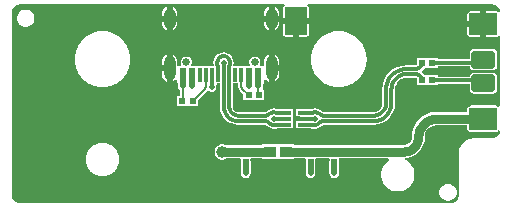
<source format=gbl>
G04*
G04 #@! TF.GenerationSoftware,Altium Limited,Altium Designer,23.11.1 (41)*
G04*
G04 Layer_Physical_Order=2*
G04 Layer_Color=16711680*
%FSLAX25Y25*%
%MOIN*%
G70*
G04*
G04 #@! TF.SameCoordinates,84374296-2AA4-43A0-BDA8-580E4E68A88C*
G04*
G04*
G04 #@! TF.FilePolarity,Positive*
G04*
G01*
G75*
%ADD18C,0.01968*%
%ADD20C,0.01181*%
G04:AMPARAMS|DCode=21|XSize=76.13mil|YSize=95.81mil|CornerRadius=9.52mil|HoleSize=0mil|Usage=FLASHONLY|Rotation=270.000|XOffset=0mil|YOffset=0mil|HoleType=Round|Shape=RoundedRectangle|*
%AMROUNDEDRECTD21*
21,1,0.07613,0.07678,0,0,270.0*
21,1,0.05709,0.09581,0,0,270.0*
1,1,0.01903,-0.03839,-0.02855*
1,1,0.01903,-0.03839,0.02855*
1,1,0.01903,0.03839,0.02855*
1,1,0.01903,0.03839,-0.02855*
%
%ADD21ROUNDEDRECTD21*%
G04:AMPARAMS|DCode=22|XSize=76.13mil|YSize=95.81mil|CornerRadius=9.52mil|HoleSize=0mil|Usage=FLASHONLY|Rotation=180.000|XOffset=0mil|YOffset=0mil|HoleType=Round|Shape=RoundedRectangle|*
%AMROUNDEDRECTD22*
21,1,0.07613,0.07678,0,0,180.0*
21,1,0.05709,0.09581,0,0,180.0*
1,1,0.01903,-0.02855,0.03839*
1,1,0.01903,0.02855,0.03839*
1,1,0.01903,0.02855,-0.03839*
1,1,0.01903,-0.02855,-0.03839*
%
%ADD22ROUNDEDRECTD22*%
G04:AMPARAMS|DCode=23|XSize=57.7mil|YSize=77.39mil|CornerRadius=7.21mil|HoleSize=0mil|Usage=FLASHONLY|Rotation=270.000|XOffset=0mil|YOffset=0mil|HoleType=Round|Shape=RoundedRectangle|*
%AMROUNDEDRECTD23*
21,1,0.05770,0.06296,0,0,270.0*
21,1,0.04328,0.07739,0,0,270.0*
1,1,0.01443,-0.03148,-0.02164*
1,1,0.01443,-0.03148,0.02164*
1,1,0.01443,0.03148,0.02164*
1,1,0.01443,0.03148,-0.02164*
%
%ADD23ROUNDEDRECTD23*%
G04:AMPARAMS|DCode=24|XSize=39.37mil|YSize=70.87mil|CornerRadius=19.68mil|HoleSize=0mil|Usage=FLASHONLY|Rotation=0.000|XOffset=0mil|YOffset=0mil|HoleType=Round|Shape=RoundedRectangle|*
%AMROUNDEDRECTD24*
21,1,0.03937,0.03150,0,0,0.0*
21,1,0.00000,0.07087,0,0,0.0*
1,1,0.03937,0.00000,-0.01575*
1,1,0.03937,0.00000,-0.01575*
1,1,0.03937,0.00000,0.01575*
1,1,0.03937,0.00000,0.01575*
%
%ADD24ROUNDEDRECTD24*%
G04:AMPARAMS|DCode=25|XSize=39.37mil|YSize=82.68mil|CornerRadius=19.68mil|HoleSize=0mil|Usage=FLASHONLY|Rotation=0.000|XOffset=0mil|YOffset=0mil|HoleType=Round|Shape=RoundedRectangle|*
%AMROUNDEDRECTD25*
21,1,0.03937,0.04331,0,0,0.0*
21,1,0.00000,0.08268,0,0,0.0*
1,1,0.03937,0.00000,-0.02165*
1,1,0.03937,0.00000,-0.02165*
1,1,0.03937,0.00000,0.02165*
1,1,0.03937,0.00000,0.02165*
%
%ADD25ROUNDEDRECTD25*%
%ADD26C,0.02559*%
%ADD27C,0.01968*%
%ADD28C,0.03937*%
%ADD29C,0.03150*%
%ADD30C,0.00799*%
%ADD31R,0.02362X0.02165*%
%ADD32R,0.03898X0.01181*%
%ADD33R,0.02254X0.02423*%
%ADD34R,0.04355X0.03773*%
%ADD35R,0.01181X0.04528*%
%ADD36R,0.02362X0.04528*%
G36*
X92138Y67632D02*
X92290Y67132D01*
X92041Y66965D01*
X91698Y66452D01*
X91578Y65847D01*
Y63008D01*
X96014D01*
X100451D01*
Y65847D01*
X100330Y66452D01*
X99988Y66965D01*
X99739Y67132D01*
X99891Y67632D01*
X161417D01*
X161667D01*
X162156Y67534D01*
X162617Y67343D01*
X163031Y67066D01*
X163384Y66714D01*
X163661Y66299D01*
X163852Y65838D01*
X163949Y65349D01*
X163949Y65100D01*
X163449Y64956D01*
X163422Y64997D01*
X162909Y65340D01*
X162303Y65460D01*
X159465D01*
Y61024D01*
Y56587D01*
X162303D01*
X162909Y56707D01*
X163422Y57050D01*
X163449Y57091D01*
X163949Y56940D01*
X163949Y33612D01*
X163449Y33460D01*
X163422Y33501D01*
X162909Y33844D01*
X162303Y33964D01*
X154626D01*
X154020Y33844D01*
X153507Y33501D01*
X153164Y32988D01*
X153044Y32382D01*
Y31745D01*
X142717D01*
X142682Y31738D01*
X141132Y31585D01*
X139609Y31123D01*
X138206Y30373D01*
X136975Y29363D01*
X135966Y28133D01*
X135215Y26729D01*
X134753Y25206D01*
X134601Y23657D01*
X134594Y23622D01*
X134604Y23568D01*
X134511Y22862D01*
X134218Y22154D01*
X133751Y21546D01*
X133143Y21079D01*
X132435Y20786D01*
X131729Y20693D01*
X131675Y20704D01*
X99951D01*
X99751Y20704D01*
X99603Y20698D01*
X99603Y20698D01*
X99460Y20693D01*
X98971Y20692D01*
X95490D01*
Y20961D01*
X84612D01*
Y20692D01*
X80576D01*
X80506Y20678D01*
X80427Y20689D01*
X80352Y20704D01*
X78098D01*
X78022Y20689D01*
X77943Y20678D01*
X77873Y20692D01*
X72714D01*
X72409Y20868D01*
X71755Y21043D01*
X71079D01*
X70426Y20868D01*
X69840Y20530D01*
X69362Y20052D01*
X69024Y19466D01*
X68849Y18813D01*
Y18136D01*
X69024Y17483D01*
X69362Y16897D01*
X69840Y16419D01*
X70426Y16081D01*
X71079Y15906D01*
X71755D01*
X72409Y16081D01*
X72714Y16257D01*
X77491D01*
X77758Y15757D01*
X77732Y15718D01*
X77609Y15100D01*
Y11380D01*
X77732Y10761D01*
X78082Y10237D01*
X78606Y9887D01*
X79225Y9764D01*
X79843Y9887D01*
X80367Y10237D01*
X80717Y10761D01*
X80840Y11380D01*
Y15100D01*
X80717Y15718D01*
X80691Y15757D01*
X80958Y16257D01*
X84612D01*
Y15988D01*
X95490D01*
Y16257D01*
X99145D01*
X99414Y15760D01*
X99386Y15718D01*
X99263Y15100D01*
Y11380D01*
X99386Y10761D01*
X99736Y10237D01*
X100260Y9887D01*
X100878Y9764D01*
X101496Y9887D01*
X102020Y10237D01*
X102371Y10761D01*
X102494Y11380D01*
Y15100D01*
X102371Y15718D01*
X102337Y15769D01*
X102604Y16269D01*
X107026D01*
X107294Y15769D01*
X107260Y15718D01*
X107137Y15100D01*
Y11380D01*
X107260Y10761D01*
X107610Y10237D01*
X108134Y9887D01*
X108752Y9764D01*
X109370Y9887D01*
X109894Y10237D01*
X110245Y10761D01*
X110368Y11380D01*
Y15100D01*
X110245Y15718D01*
X110211Y15769D01*
X110478Y16269D01*
X126817D01*
X127174Y15769D01*
X127129Y15636D01*
X127128Y15636D01*
X126547Y15248D01*
X126408Y15108D01*
X126243Y14998D01*
X125750Y14505D01*
X125640Y14340D01*
X125500Y14201D01*
X125112Y13620D01*
X125037Y13438D01*
X124927Y13273D01*
X124660Y12628D01*
X124621Y12434D01*
X124546Y12252D01*
X124409Y11567D01*
Y11370D01*
X124371Y11176D01*
Y10478D01*
X124409Y10284D01*
Y10086D01*
X124546Y9402D01*
X124621Y9219D01*
X124660Y9025D01*
X124927Y8380D01*
X125037Y8216D01*
X125112Y8033D01*
X125500Y7453D01*
X125640Y7313D01*
X125750Y7149D01*
X126243Y6655D01*
X126408Y6545D01*
X126548Y6406D01*
X127128Y6018D01*
X127310Y5942D01*
X127475Y5832D01*
X128120Y5565D01*
X128314Y5527D01*
X128496Y5451D01*
X129181Y5315D01*
X129378D01*
X129572Y5276D01*
X130270D01*
X130464Y5315D01*
X130662D01*
X131346Y5451D01*
X131529Y5527D01*
X131723Y5565D01*
X132368Y5832D01*
X132532Y5942D01*
X132715Y6018D01*
X133295Y6406D01*
X133435Y6545D01*
X133599Y6655D01*
X134093Y7149D01*
X134203Y7313D01*
X134342Y7453D01*
X134730Y8033D01*
X134806Y8216D01*
X134916Y8380D01*
X135183Y9025D01*
X135221Y9219D01*
X135297Y9402D01*
X135433Y10086D01*
Y10284D01*
X135472Y10478D01*
Y11176D01*
X135433Y11370D01*
Y11567D01*
X135297Y12252D01*
X135221Y12434D01*
X135183Y12628D01*
X134916Y13273D01*
X134806Y13438D01*
X134730Y13620D01*
X134342Y14201D01*
X134203Y14340D01*
X134093Y14505D01*
X133599Y14998D01*
X133435Y15108D01*
X133295Y15248D01*
X132715Y15636D01*
X132532Y15711D01*
X132368Y15821D01*
X132327Y15838D01*
X132403Y16348D01*
X133108Y16417D01*
X134486Y16835D01*
X135756Y17514D01*
X136870Y18428D01*
X137783Y19541D01*
X138462Y20811D01*
X138880Y22189D01*
X139014Y23550D01*
X139028Y23622D01*
X139014Y23696D01*
X139131Y24583D01*
X139501Y25478D01*
X140091Y26247D01*
X140860Y26837D01*
X141756Y27208D01*
X142643Y27325D01*
X142717Y27310D01*
X153044D01*
Y26673D01*
X153164Y26068D01*
X153507Y25554D01*
X154020Y25211D01*
X154626Y25091D01*
X162303D01*
X162909Y25211D01*
X163422Y25554D01*
X163449Y25595D01*
X163479Y25595D01*
X163949Y25444D01*
Y25341D01*
X163852Y24852D01*
X163661Y24391D01*
X163384Y23976D01*
X163031Y23624D01*
X162617Y23347D01*
X162156Y23156D01*
X161667Y23058D01*
X161417Y23058D01*
X155512D01*
X155477Y23052D01*
X155443Y23057D01*
X155057Y23038D01*
X154956Y23012D01*
X154852D01*
X154095Y22862D01*
X153967Y22809D01*
X153831Y22782D01*
X153118Y22487D01*
X153003Y22410D01*
X152875Y22357D01*
X152234Y21928D01*
X152136Y21830D01*
X152021Y21753D01*
X151475Y21208D01*
X151398Y21092D01*
X151300Y20995D01*
X150872Y20353D01*
X150819Y20225D01*
X150742Y20110D01*
X150446Y19397D01*
X150419Y19261D01*
X150366Y19133D01*
X150216Y18376D01*
Y18272D01*
X150190Y18171D01*
X150172Y17785D01*
X150177Y17751D01*
X150170Y17717D01*
X150170Y3688D01*
X150073Y3198D01*
X149882Y2738D01*
X149605Y2323D01*
X149252Y1970D01*
X148837Y1693D01*
X148376Y1502D01*
X147887Y1405D01*
X147638Y1405D01*
X3937Y1405D01*
X3688D01*
X3198Y1502D01*
X2738Y1693D01*
X2323Y1970D01*
X1970Y2323D01*
X1693Y2738D01*
X1502Y3198D01*
X1405Y3688D01*
X1405Y3937D01*
X1405Y65100D01*
Y65349D01*
X1502Y65838D01*
X1693Y66299D01*
X1970Y66714D01*
X2323Y67066D01*
X2738Y67343D01*
X3198Y67534D01*
X3688Y67632D01*
X3937Y67632D01*
X92138Y67632D01*
D02*
G37*
%LPC*%
G36*
X88874Y66795D02*
Y63854D01*
X90465D01*
Y64429D01*
X90376Y65100D01*
X90118Y65724D01*
X89706Y66261D01*
X89169Y66673D01*
X88874Y66795D01*
D02*
G37*
G36*
X86874D02*
X86579Y66673D01*
X86042Y66261D01*
X85630Y65724D01*
X85372Y65100D01*
X85283Y64429D01*
Y63854D01*
X86874D01*
Y66795D01*
D02*
G37*
G36*
X54858D02*
Y63854D01*
X56449D01*
Y64429D01*
X56361Y65100D01*
X56102Y65724D01*
X55690Y66261D01*
X55154Y66673D01*
X54858Y66795D01*
D02*
G37*
G36*
X52858D02*
X52563Y66673D01*
X52026Y66261D01*
X51615Y65724D01*
X51356Y65100D01*
X51268Y64429D01*
Y63854D01*
X52858D01*
Y66795D01*
D02*
G37*
G36*
X157465Y65460D02*
X154626D01*
X154020Y65340D01*
X153507Y64997D01*
X153164Y64484D01*
X153044Y63878D01*
Y62024D01*
X157465D01*
Y65460D01*
D02*
G37*
G36*
X6283Y65860D02*
X5528D01*
X4799Y65664D01*
X4145Y65287D01*
X3611Y64753D01*
X3233Y64099D01*
X3038Y63370D01*
Y62615D01*
X3233Y61885D01*
X3611Y61231D01*
X4145Y60697D01*
X4799Y60320D01*
X5528Y60124D01*
X6283D01*
X7012Y60320D01*
X7666Y60697D01*
X8200Y61231D01*
X8578Y61885D01*
X8773Y62615D01*
Y63370D01*
X8578Y64099D01*
X8200Y64753D01*
X7666Y65287D01*
X7012Y65664D01*
X6283Y65860D01*
D02*
G37*
G36*
X90465Y61854D02*
X88874D01*
Y58914D01*
X89169Y59036D01*
X89706Y59448D01*
X90118Y59984D01*
X90376Y60609D01*
X90465Y61279D01*
Y61854D01*
D02*
G37*
G36*
X86874D02*
X85283D01*
Y61279D01*
X85372Y60609D01*
X85630Y59984D01*
X86042Y59448D01*
X86579Y59036D01*
X86874Y58914D01*
Y61854D01*
D02*
G37*
G36*
X56449D02*
X54858D01*
Y58914D01*
X55154Y59036D01*
X55690Y59448D01*
X56102Y59984D01*
X56361Y60609D01*
X56449Y61279D01*
Y61854D01*
D02*
G37*
G36*
X52858D02*
X51268D01*
Y61279D01*
X51356Y60609D01*
X51615Y59984D01*
X52026Y59448D01*
X52563Y59036D01*
X52858Y58914D01*
Y61854D01*
D02*
G37*
G36*
X110954Y58642D02*
X109519D01*
X109325Y58603D01*
X109127D01*
X107720Y58324D01*
X107537Y58248D01*
X107344Y58209D01*
X106018Y57660D01*
X105854Y57551D01*
X105671Y57475D01*
X104478Y56678D01*
X104338Y56538D01*
X104174Y56428D01*
X103160Y55414D01*
X103050Y55249D01*
X102910Y55110D01*
X102113Y53917D01*
X102037Y53734D01*
X101927Y53570D01*
X101378Y52244D01*
X101340Y52050D01*
X101264Y51868D01*
X100984Y50460D01*
Y50263D01*
X100946Y50069D01*
Y48634D01*
X100984Y48440D01*
Y48243D01*
X101264Y46835D01*
X101340Y46653D01*
X101378Y46459D01*
X101927Y45133D01*
X102037Y44969D01*
X102113Y44786D01*
X102910Y43593D01*
X103050Y43454D01*
X103160Y43289D01*
X104174Y42275D01*
X104338Y42165D01*
X104478Y42025D01*
X105671Y41228D01*
X105854Y41153D01*
X106018Y41043D01*
X107344Y40494D01*
X107537Y40455D01*
X107720Y40379D01*
X109127Y40099D01*
X109325D01*
X109519Y40061D01*
X110954D01*
X111147Y40099D01*
X111345D01*
X112752Y40379D01*
X112935Y40455D01*
X113129Y40494D01*
X114454Y41043D01*
X114619Y41153D01*
X114801Y41228D01*
X115994Y42025D01*
X116134Y42165D01*
X116298Y42275D01*
X117313Y43289D01*
X117423Y43454D01*
X117562Y43593D01*
X118359Y44786D01*
X118435Y44969D01*
X118545Y45133D01*
X119094Y46459D01*
X119133Y46653D01*
X119208Y46835D01*
X119488Y48243D01*
Y48440D01*
X119527Y48634D01*
Y50069D01*
X119488Y50263D01*
Y50460D01*
X119208Y51868D01*
X119133Y52050D01*
X119094Y52244D01*
X118545Y53570D01*
X118435Y53734D01*
X118359Y53917D01*
X117562Y55110D01*
X117423Y55249D01*
X117313Y55414D01*
X116298Y56428D01*
X116134Y56538D01*
X115994Y56678D01*
X114801Y57475D01*
X114619Y57551D01*
X114454Y57660D01*
X113129Y58209D01*
X112935Y58248D01*
X112752Y58324D01*
X111345Y58603D01*
X111147D01*
X110954Y58642D01*
D02*
G37*
G36*
X32213D02*
X30779D01*
X30585Y58603D01*
X30387D01*
X28980Y58324D01*
X28797Y58248D01*
X28604Y58209D01*
X27278Y57660D01*
X27114Y57551D01*
X26931Y57475D01*
X25738Y56678D01*
X25598Y56538D01*
X25434Y56428D01*
X24419Y55414D01*
X24310Y55249D01*
X24170Y55110D01*
X23373Y53917D01*
X23297Y53734D01*
X23187Y53570D01*
X22638Y52244D01*
X22600Y52050D01*
X22524Y51868D01*
X22244Y50460D01*
Y50263D01*
X22206Y50069D01*
Y48634D01*
X22244Y48440D01*
Y48243D01*
X22524Y46835D01*
X22600Y46653D01*
X22638Y46459D01*
X23187Y45133D01*
X23297Y44969D01*
X23373Y44786D01*
X24170Y43593D01*
X24310Y43454D01*
X24419Y43289D01*
X25434Y42275D01*
X25598Y42165D01*
X25738Y42025D01*
X26931Y41228D01*
X27114Y41153D01*
X27278Y41043D01*
X28604Y40494D01*
X28797Y40455D01*
X28980Y40379D01*
X30387Y40099D01*
X30585D01*
X30779Y40061D01*
X32213D01*
X32407Y40099D01*
X32605D01*
X34012Y40379D01*
X34195Y40455D01*
X34389Y40494D01*
X35714Y41043D01*
X35879Y41153D01*
X36061Y41228D01*
X37254Y42025D01*
X37394Y42165D01*
X37558Y42275D01*
X38573Y43289D01*
X38682Y43454D01*
X38822Y43593D01*
X39619Y44786D01*
X39695Y44969D01*
X39805Y45133D01*
X40354Y46459D01*
X40393Y46653D01*
X40468Y46835D01*
X40748Y48243D01*
Y48440D01*
X40787Y48634D01*
Y50069D01*
X40748Y50263D01*
Y50460D01*
X40468Y51868D01*
X40393Y52050D01*
X40354Y52244D01*
X39805Y53570D01*
X39695Y53734D01*
X39619Y53917D01*
X38822Y55110D01*
X38682Y55249D01*
X38573Y55414D01*
X37558Y56428D01*
X37394Y56538D01*
X37254Y56678D01*
X36061Y57475D01*
X35879Y57551D01*
X35714Y57660D01*
X34389Y58209D01*
X34195Y58248D01*
X34012Y58324D01*
X32605Y58603D01*
X32407D01*
X32213Y58642D01*
D02*
G37*
G36*
X157465Y60024D02*
X153044D01*
Y58169D01*
X153164Y57564D01*
X153507Y57050D01*
X154020Y56707D01*
X154626Y56587D01*
X157465D01*
Y60024D01*
D02*
G37*
G36*
X100451Y61008D02*
X97014D01*
Y56587D01*
X98869D01*
X99474Y56707D01*
X99988Y57050D01*
X100330Y57564D01*
X100451Y58169D01*
Y61008D01*
D02*
G37*
G36*
X95014D02*
X91578D01*
Y58169D01*
X91698Y57564D01*
X92041Y57050D01*
X92554Y56707D01*
X93160Y56587D01*
X95014D01*
Y61008D01*
D02*
G37*
G36*
X161613Y52724D02*
X155316D01*
X154801Y52621D01*
X154364Y52329D01*
X154072Y51892D01*
X153969Y51376D01*
Y49442D01*
X143218D01*
Y49911D01*
X136309D01*
Y47447D01*
X136028Y47391D01*
Y47380D01*
X132968D01*
Y47396D01*
X131365Y47238D01*
X129824Y46771D01*
X128404Y46012D01*
X127160Y44991D01*
X126138Y43746D01*
X125379Y42326D01*
X124912Y40785D01*
X124754Y39183D01*
X124770D01*
Y34449D01*
X124767D01*
X124674Y33745D01*
X124403Y33089D01*
X123970Y32526D01*
X123407Y32094D01*
X122751Y31822D01*
X122047Y31729D01*
Y31726D01*
X104976D01*
X104974Y31733D01*
X104972Y31738D01*
X104965Y31741D01*
X104762Y31928D01*
X104561Y32082D01*
X104059Y32467D01*
X103241Y32806D01*
X102362Y32922D01*
X101758Y32842D01*
X101484Y32806D01*
X101296Y32743D01*
X101290Y32741D01*
X101290Y32741D01*
X101281Y32738D01*
X100798Y32710D01*
X98642D01*
X98524Y32687D01*
X96093D01*
Y30305D01*
X97174D01*
X97483Y29805D01*
X97428Y29528D01*
X97483Y29250D01*
X97174Y28750D01*
X96093D01*
Y26368D01*
X98524D01*
X98642Y26345D01*
X101024D01*
X101503Y26246D01*
X101503Y26246D01*
X102362Y26133D01*
X103241Y26249D01*
X104059Y26588D01*
X104762Y27127D01*
X104851Y27229D01*
X105083Y27480D01*
X105105Y27499D01*
X105119Y27504D01*
X105123Y27514D01*
X105124Y27517D01*
X122047D01*
Y27507D01*
X123402Y27640D01*
X124704Y28035D01*
X125904Y28677D01*
X126956Y29540D01*
X127819Y30592D01*
X128461Y31792D01*
X128856Y33094D01*
X128989Y34449D01*
X128979D01*
Y39183D01*
X128975Y39205D01*
X129108Y40217D01*
X129507Y41181D01*
X130142Y42008D01*
X130970Y42643D01*
X131933Y43042D01*
X132945Y43176D01*
X132968Y43171D01*
X136028D01*
Y43161D01*
X136309Y43105D01*
Y40640D01*
X143218D01*
Y41109D01*
X153969D01*
Y39175D01*
X154072Y38659D01*
X154364Y38222D01*
X154801Y37930D01*
X155316Y37828D01*
X161613D01*
X162128Y37930D01*
X162565Y38222D01*
X162857Y38659D01*
X162960Y39175D01*
Y43502D01*
X162857Y44018D01*
X162565Y44455D01*
X162128Y44747D01*
X161613Y44850D01*
X155316D01*
X154801Y44747D01*
X154364Y44455D01*
X154072Y44018D01*
X153976Y43537D01*
X143218D01*
Y44006D01*
X138837D01*
X138348Y44643D01*
X137915Y44975D01*
Y45576D01*
X138348Y45908D01*
X138837Y46546D01*
X143218D01*
Y47014D01*
X153976D01*
X154072Y46533D01*
X154364Y46096D01*
X154801Y45804D01*
X155316Y45702D01*
X161613D01*
X162128Y45804D01*
X162565Y46096D01*
X162857Y46533D01*
X162960Y47049D01*
Y51376D01*
X162857Y51892D01*
X162565Y52329D01*
X162128Y52621D01*
X161613Y52724D01*
D02*
G37*
G36*
X88874Y50929D02*
Y47398D01*
X90465D01*
Y48563D01*
X90376Y49233D01*
X90118Y49858D01*
X89706Y50395D01*
X89169Y50807D01*
X88874Y50929D01*
D02*
G37*
G36*
X52858D02*
X52563Y50807D01*
X52026Y50395D01*
X51615Y49858D01*
X51356Y49233D01*
X51268Y48563D01*
Y47398D01*
X52858D01*
Y50929D01*
D02*
G37*
G36*
X71850Y51623D02*
X70972Y51507D01*
X70153Y51168D01*
X69450Y50629D01*
X68911Y49926D01*
X68572Y49107D01*
X68456Y48228D01*
X68552Y47498D01*
X68322Y47128D01*
X68177Y46998D01*
X68174Y46998D01*
X61431D01*
X61163Y47498D01*
X61368Y47992D01*
Y48740D01*
X61081Y49431D01*
X60553Y49959D01*
X59862Y50246D01*
X59114D01*
X58424Y49959D01*
X57895Y49431D01*
X57609Y48740D01*
Y47992D01*
X57814Y47498D01*
X57545Y46998D01*
X56487Y46998D01*
X56449Y47482D01*
Y48563D01*
X56361Y49233D01*
X56102Y49858D01*
X55690Y50395D01*
X55154Y50807D01*
X54858Y50929D01*
Y46398D01*
Y41866D01*
X55154Y41989D01*
X55690Y42400D01*
X55987Y42787D01*
X56487Y42617D01*
Y41270D01*
X56652D01*
X56652Y40354D01*
X56775Y39736D01*
X57126Y39212D01*
X57249Y39130D01*
Y37116D01*
X56388D01*
Y33750D01*
X63297D01*
Y35773D01*
X66317Y38793D01*
X66318Y38793D01*
X66334Y38777D01*
X66352Y38804D01*
X66381Y38812D01*
X66853Y38859D01*
X67016Y38696D01*
X67598Y38455D01*
X68228D01*
X68811Y38696D01*
X69256Y39142D01*
X69498Y39724D01*
Y40354D01*
X69325Y40770D01*
X69540Y41198D01*
X69618Y41270D01*
X70636D01*
Y33652D01*
X70630D01*
X70748Y32454D01*
X71098Y31302D01*
X71665Y30240D01*
X72429Y29309D01*
X73360Y28546D01*
X74421Y27978D01*
X75573Y27629D01*
X76772Y27511D01*
Y27517D01*
X85821D01*
X85822Y27514D01*
X85826Y27504D01*
X85839Y27499D01*
X85861Y27480D01*
X86094Y27229D01*
X86182Y27127D01*
X86885Y26588D01*
X87704Y26249D01*
X88583Y26133D01*
X89442Y26246D01*
Y26246D01*
X89921Y26345D01*
X92303D01*
X92420Y26368D01*
X94852D01*
Y28337D01*
Y32687D01*
X92420D01*
X92303Y32710D01*
X90146D01*
X89664Y32738D01*
X89654Y32741D01*
X89654Y32741D01*
X89649Y32743D01*
X89461Y32806D01*
X89187Y32842D01*
X88583Y32922D01*
X87704Y32806D01*
X86885Y32467D01*
X86383Y32082D01*
X86182Y31928D01*
X85980Y31741D01*
X85973Y31738D01*
X85971Y31733D01*
X85968Y31726D01*
X76772D01*
X76754Y31722D01*
X76104Y31852D01*
X75537Y32230D01*
X75159Y32796D01*
X75029Y33447D01*
X75033Y33465D01*
Y41270D01*
X76737D01*
Y40354D01*
X76737Y40354D01*
X76714D01*
X76883Y39501D01*
X77367Y38777D01*
X77383Y38794D01*
X77383Y38794D01*
X78435Y37741D01*
Y35719D01*
X85344D01*
Y39084D01*
X85123D01*
X84855Y39584D01*
X84957Y39736D01*
X85080Y40354D01*
X85080Y41104D01*
X85246Y41270D01*
X85246D01*
Y42617D01*
X85746Y42787D01*
X86042Y42400D01*
X86579Y41989D01*
X86874Y41866D01*
Y46398D01*
Y50929D01*
X86579Y50807D01*
X86042Y50395D01*
X85630Y49858D01*
X85372Y49233D01*
X85283Y48563D01*
Y47482D01*
X85246Y46998D01*
X84187Y46998D01*
X83919Y47498D01*
X84124Y47992D01*
Y48740D01*
X83837Y49431D01*
X83309Y49959D01*
X82618Y50246D01*
X81870D01*
X81179Y49959D01*
X80651Y49431D01*
X80365Y48740D01*
Y47992D01*
X80569Y47498D01*
X80301Y46998D01*
X75539D01*
X75460Y47032D01*
X75405Y47085D01*
X75149Y47498D01*
X75245Y48228D01*
X75129Y49107D01*
X74790Y49926D01*
X74251Y50629D01*
X73548Y51168D01*
X72729Y51507D01*
X71850Y51623D01*
D02*
G37*
G36*
X90465Y45398D02*
X88874D01*
Y41866D01*
X89169Y41989D01*
X89706Y42400D01*
X90118Y42937D01*
X90376Y43562D01*
X90465Y44232D01*
Y45398D01*
D02*
G37*
G36*
X52858D02*
X51268D01*
Y44232D01*
X51356Y43562D01*
X51615Y42937D01*
X52026Y42400D01*
X52563Y41989D01*
X52858Y41866D01*
Y45398D01*
D02*
G37*
G36*
X31845Y21437D02*
X31147D01*
X30953Y21399D01*
X30755D01*
X30071Y21262D01*
X29888Y21187D01*
X29694Y21148D01*
X29050Y20881D01*
X28885Y20771D01*
X28703Y20696D01*
X28122Y20308D01*
X27982Y20168D01*
X27818Y20058D01*
X27325Y19565D01*
X27215Y19400D01*
X27075Y19261D01*
X26687Y18680D01*
X26612Y18498D01*
X26502Y18333D01*
X26235Y17688D01*
X26196Y17495D01*
X26120Y17312D01*
X25984Y16627D01*
Y16430D01*
X25946Y16236D01*
Y15538D01*
X25984Y15344D01*
Y15146D01*
X26120Y14462D01*
X26196Y14279D01*
X26235Y14085D01*
X26502Y13441D01*
X26612Y13276D01*
X26687Y13093D01*
X27075Y12513D01*
X27215Y12373D01*
X27325Y12209D01*
X27818Y11715D01*
X27983Y11606D01*
X28122Y11466D01*
X28703Y11078D01*
X28885Y11002D01*
X29050Y10893D01*
X29694Y10626D01*
X29888Y10587D01*
X30071Y10511D01*
X30755Y10375D01*
X30953D01*
X31147Y10336D01*
X31845D01*
X32039Y10375D01*
X32237D01*
X32921Y10511D01*
X33104Y10587D01*
X33298Y10626D01*
X33942Y10893D01*
X34107Y11002D01*
X34290Y11078D01*
X34870Y11466D01*
X35010Y11606D01*
X35174Y11715D01*
X35667Y12209D01*
X35777Y12373D01*
X35917Y12513D01*
X36305Y13093D01*
X36381Y13276D01*
X36490Y13441D01*
X36757Y14085D01*
X36796Y14279D01*
X36872Y14462D01*
X37008Y15146D01*
Y15344D01*
X37046Y15538D01*
Y16236D01*
X37008Y16430D01*
Y16627D01*
X36872Y17312D01*
X36796Y17495D01*
X36757Y17688D01*
X36490Y18333D01*
X36381Y18498D01*
X36305Y18680D01*
X35917Y19261D01*
X35777Y19400D01*
X35667Y19565D01*
X35174Y20058D01*
X35010Y20168D01*
X34870Y20308D01*
X34290Y20696D01*
X34107Y20771D01*
X33942Y20881D01*
X33298Y21148D01*
X33104Y21187D01*
X32921Y21262D01*
X32237Y21399D01*
X32039D01*
X31845Y21437D01*
D02*
G37*
G36*
X147031Y7789D02*
X146276D01*
X145547Y7593D01*
X144893Y7216D01*
X144359Y6682D01*
X143981Y6028D01*
X143786Y5299D01*
Y4544D01*
X143981Y3814D01*
X144359Y3160D01*
X144893Y2627D01*
X145547Y2249D01*
X146276Y2053D01*
X147031D01*
X147760Y2249D01*
X148414Y2627D01*
X148948Y3160D01*
X149326Y3814D01*
X149521Y4544D01*
Y5299D01*
X149326Y6028D01*
X148948Y6682D01*
X148414Y7216D01*
X147760Y7593D01*
X147031Y7789D01*
D02*
G37*
%LPD*%
D18*
X79225Y11380D02*
Y15100D01*
X100878Y11380D02*
Y15100D01*
X108752Y11380D02*
Y15100D01*
X61417Y44134D02*
X61417Y40354D01*
X58268Y44134D02*
X58268Y40354D01*
X80315Y44134D02*
X80315Y40354D01*
X83464Y44134D02*
X83465Y40354D01*
D20*
X132968Y46166D02*
X131974Y46095D01*
X131000Y45883D01*
X130067Y45535D01*
X129192Y45057D01*
X128394Y44460D01*
X127690Y43756D01*
X127093Y42958D01*
X126615Y42084D01*
X126267Y41150D01*
X126055Y40176D01*
X125984Y39183D01*
X122047Y30512D02*
X123066Y30646D01*
X124016Y31039D01*
X124831Y31665D01*
X125457Y32480D01*
X125850Y33430D01*
X125984Y34449D01*
X101290Y31496D02*
X101466Y31509D01*
X104025Y30929D02*
X104921Y30512D01*
X104025Y30929D02*
X103286Y31496D01*
X102378Y31702D01*
X101466Y31509D01*
X136028Y46166D02*
X137059Y46442D01*
X137814Y47197D01*
X138091Y48228D01*
X132968Y44385D02*
X131953Y44285D01*
X130977Y43989D01*
X130077Y43508D01*
X129289Y42861D01*
X128642Y42073D01*
X128161Y41173D01*
X127865Y40198D01*
X127765Y39183D01*
X122047Y28731D02*
X123040Y28818D01*
X124003Y29076D01*
X124906Y29497D01*
X125723Y30068D01*
X126428Y30773D01*
X126999Y31590D01*
X127420Y32493D01*
X127679Y33456D01*
X127765Y34449D01*
X105068Y28731D02*
X104121Y28248D01*
X138091Y42323D02*
X137814Y43354D01*
X137059Y44109D01*
X136028Y44385D01*
X101812Y27424D02*
X102673Y27375D01*
X103485Y27665D01*
X104121Y28248D01*
X158465Y41339D02*
X158176Y42035D01*
X157480Y42323D01*
Y48228D02*
X158176Y48517D01*
X158465Y49213D01*
X71850Y33652D02*
X71945Y32692D01*
X72225Y31769D01*
X72680Y30918D01*
X73292Y30172D01*
X74037Y29560D01*
X74888Y29105D01*
X75811Y28825D01*
X76772Y28731D01*
X86824Y28248D02*
X85877Y28731D01*
X73819Y33465D02*
X73963Y32552D01*
X74383Y31729D01*
X75036Y31076D01*
X75859Y30656D01*
X76772Y30512D01*
X73922Y47566D02*
X74009Y48493D01*
X73701Y49371D01*
X73053Y50040D01*
X72186Y50377D01*
X71257Y50321D01*
X70436Y49880D01*
X69875Y49138D01*
X69676Y48228D01*
X69882Y47070D02*
X69808Y47480D01*
X89479Y31509D02*
X89654Y31496D01*
X89479Y31509D02*
X88567Y31702D01*
X87659Y31496D01*
X86919Y30929D01*
X86024Y30512D02*
X86919Y30929D01*
X69676Y48228D02*
X69808Y47480D01*
X86824Y28248D02*
X87460Y27665D01*
X88272Y27375D01*
X89133Y27424D01*
X125984Y34449D02*
Y39183D01*
X98642Y31496D02*
X101290D01*
X104921Y30512D02*
X122047D01*
X132968Y46166D02*
X136028D01*
X127765Y34449D02*
Y39183D01*
X105068Y28731D02*
X122047D01*
X132968Y44385D02*
X136028D01*
X101290Y27559D02*
X101812Y27424D01*
X98642Y27559D02*
X101290D01*
X141437Y42323D02*
X157480D01*
X141437Y48228D02*
X157480D01*
X71850Y33652D02*
Y44134D01*
X76772Y28731D02*
X85877D01*
X73819Y47244D02*
X73922Y47566D01*
X69882Y44134D02*
Y47070D01*
X73819Y33465D02*
Y44134D01*
X89654Y31496D02*
X92303D01*
X76772Y30512D02*
X86024D01*
X73819Y44134D02*
Y47244D01*
X69882Y44134D02*
X69882D01*
X73819D02*
X73819D01*
X71850D02*
Y48228D01*
X71850Y44134D02*
X71850D01*
X67913Y40039D02*
Y44134D01*
X67913Y40039D02*
X67913D01*
X89654Y27559D02*
X92303D01*
X89133Y27424D02*
X89654Y27559D01*
X88583Y29528D02*
X92303D01*
X98642D02*
X102362D01*
D21*
X158465D02*
D03*
Y61024D02*
D03*
D22*
X96014Y62008D02*
D03*
D23*
X158465Y41339D02*
D03*
Y49213D02*
D03*
D24*
X53858Y62854D02*
D03*
X87874D02*
D03*
D25*
X53858Y46398D02*
D03*
X87874D02*
D03*
D26*
X59488Y48366D02*
D03*
X82244D02*
D03*
D27*
X141732Y35433D02*
D03*
X95472Y49213D02*
D03*
X67913Y27559D02*
D03*
X127953Y26575D02*
D03*
X119095Y37402D02*
D03*
X141732Y56102D02*
D03*
X125984Y59055D02*
D03*
X118110Y11811D02*
D03*
X86614D02*
D03*
X78740Y59055D02*
D03*
X70866Y11811D02*
D03*
X62992Y59055D02*
D03*
X55118Y11811D02*
D03*
X47244Y59055D02*
D03*
Y27559D02*
D03*
X39370Y11811D02*
D03*
X31496Y27559D02*
D03*
X23622Y11811D02*
D03*
X15748Y59055D02*
D03*
X7874Y43307D02*
D03*
X15748Y27559D02*
D03*
X7874Y11811D02*
D03*
X79225Y11380D02*
D03*
X100878D02*
D03*
X108752D02*
D03*
X71850Y48228D02*
D03*
X67913Y40039D02*
D03*
X61417Y40354D02*
D03*
X58268D02*
D03*
X80315D02*
D03*
X83465D02*
D03*
X102362Y29528D02*
D03*
X88583D02*
D03*
D28*
X71417Y18475D02*
D03*
D29*
X131675Y18486D02*
X132677Y18585D01*
X133641Y18877D01*
X134529Y19352D01*
X135307Y19990D01*
X135945Y20769D01*
X136420Y21657D01*
X136712Y22620D01*
X136811Y23622D01*
X142717Y29528D02*
X141691Y29438D01*
X140697Y29171D01*
X139764Y28736D01*
X138920Y28146D01*
X138193Y27418D01*
X137602Y26575D01*
X137167Y25642D01*
X136901Y24647D01*
X136811Y23622D01*
X99751Y18486D02*
X99603Y18481D01*
X99408Y18475D02*
X99603Y18481D01*
X80576Y18475D02*
X80352Y18486D01*
X78098D02*
X77873Y18475D01*
X142717Y29528D02*
X158465D01*
X99751Y18486D02*
X131675D01*
X99408Y18475D02*
X99408D01*
X92713D02*
X99408D01*
X80576D02*
X87390D01*
X80576D02*
X80576D01*
X78098Y18486D02*
X80352D01*
X71417Y18475D02*
X77873D01*
D30*
X58169Y35433D02*
X58268Y35671D01*
X83465Y37639D02*
X83563Y37402D01*
X65597Y39514D02*
X65945Y40354D01*
X77756D02*
X78104Y39514D01*
X58268Y35671D02*
Y40354D01*
X83465Y37639D02*
Y40354D01*
X65597Y39514D02*
Y39514D01*
X61516Y35433D02*
X65597Y39514D01*
X65945Y40354D02*
Y44134D01*
X65945Y40354D02*
X65945Y40354D01*
X78104Y39514D02*
X80216Y37402D01*
X77756Y40354D02*
X77756Y40354D01*
X77756Y40354D02*
Y44134D01*
D31*
X83563Y37402D02*
D03*
X80216D02*
D03*
X138091Y48228D02*
D03*
X141437D02*
D03*
X58169Y35433D02*
D03*
X61516D02*
D03*
X138091Y42323D02*
D03*
X141437D02*
D03*
D32*
X92303Y31496D02*
D03*
Y29528D02*
D03*
Y27559D02*
D03*
X98642D02*
D03*
Y29528D02*
D03*
Y31496D02*
D03*
D33*
X100878Y18475D02*
D03*
Y15100D02*
D03*
X79225Y18475D02*
D03*
Y15100D02*
D03*
X108752Y18475D02*
D03*
Y15100D02*
D03*
D34*
X92713Y18475D02*
D03*
X87390D02*
D03*
D35*
X63976Y44134D02*
D03*
X65945D02*
D03*
X67913D02*
D03*
X69882D02*
D03*
X71850D02*
D03*
X73819D02*
D03*
X75787D02*
D03*
X77756D02*
D03*
D36*
X61417D02*
D03*
X80315D02*
D03*
X58268D02*
D03*
X83464D02*
D03*
M02*

</source>
